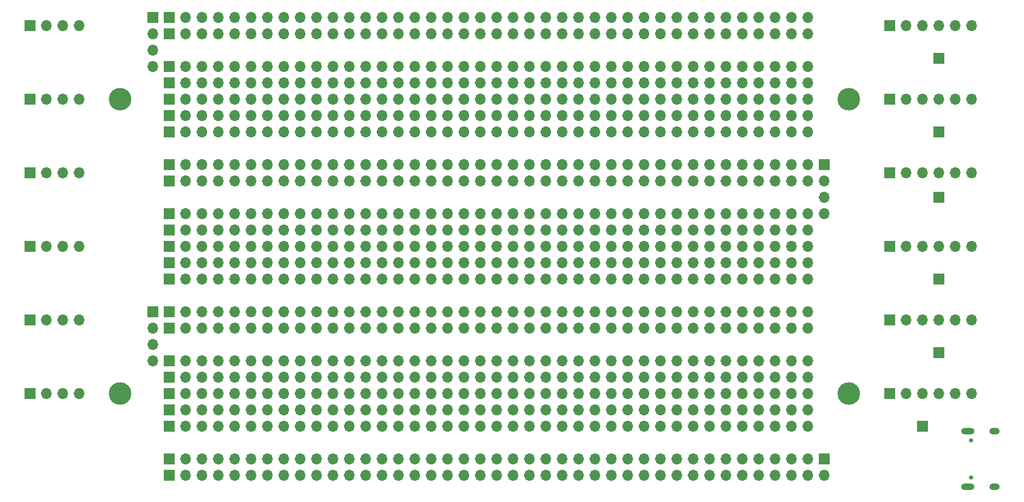
<source format=gbr>
%TF.GenerationSoftware,KiCad,Pcbnew,(6.0.1)*%
%TF.CreationDate,2022-02-22T13:55:29+13:00*%
%TF.ProjectId,perma-proto-board,7065726d-612d-4707-926f-746f2d626f61,rev?*%
%TF.SameCoordinates,Original*%
%TF.FileFunction,Soldermask,Bot*%
%TF.FilePolarity,Negative*%
%FSLAX46Y46*%
G04 Gerber Fmt 4.6, Leading zero omitted, Abs format (unit mm)*
G04 Created by KiCad (PCBNEW (6.0.1)) date 2022-02-22 13:55:29*
%MOMM*%
%LPD*%
G01*
G04 APERTURE LIST*
%ADD10R,1.700000X1.700000*%
%ADD11O,1.700000X1.700000*%
%ADD12C,3.500000*%
%ADD13C,0.650000*%
%ADD14O,2.100000X1.000000*%
%ADD15O,1.600000X1.000000*%
G04 APERTURE END LIST*
D10*
%TO.C,J27*%
X71120000Y-96520000D03*
D11*
X73660000Y-96520000D03*
X76200000Y-96520000D03*
X78740000Y-96520000D03*
X81280000Y-96520000D03*
X83820000Y-96520000D03*
X86360000Y-96520000D03*
X88900000Y-96520000D03*
X91440000Y-96520000D03*
X93980000Y-96520000D03*
X96520000Y-96520000D03*
X99060000Y-96520000D03*
X101600000Y-96520000D03*
X104140000Y-96520000D03*
X106680000Y-96520000D03*
X109220000Y-96520000D03*
X111760000Y-96520000D03*
X114300000Y-96520000D03*
X116840000Y-96520000D03*
X119380000Y-96520000D03*
X121920000Y-96520000D03*
X124460000Y-96520000D03*
X127000000Y-96520000D03*
X129540000Y-96520000D03*
X132080000Y-96520000D03*
X134620000Y-96520000D03*
X137160000Y-96520000D03*
X139700000Y-96520000D03*
X142240000Y-96520000D03*
X144780000Y-96520000D03*
X147320000Y-96520000D03*
X149860000Y-96520000D03*
X152400000Y-96520000D03*
X154940000Y-96520000D03*
X157480000Y-96520000D03*
X160020000Y-96520000D03*
X162560000Y-96520000D03*
X165100000Y-96520000D03*
X167640000Y-96520000D03*
X170180000Y-96520000D03*
%TD*%
D10*
%TO.C,J2*%
X182880000Y-45720000D03*
D11*
X185420000Y-45720000D03*
X187960000Y-45720000D03*
X190500000Y-45720000D03*
X193040000Y-45720000D03*
X195580000Y-45720000D03*
%TD*%
D10*
%TO.C,J33*%
X71125000Y-35560000D03*
D11*
X73665000Y-35560000D03*
X76205000Y-35560000D03*
X78745000Y-35560000D03*
X81285000Y-35560000D03*
X83825000Y-35560000D03*
X86365000Y-35560000D03*
X88905000Y-35560000D03*
X91445000Y-35560000D03*
X93985000Y-35560000D03*
X96525000Y-35560000D03*
X99065000Y-35560000D03*
X101605000Y-35560000D03*
X104145000Y-35560000D03*
X106685000Y-35560000D03*
X109225000Y-35560000D03*
X111765000Y-35560000D03*
X114305000Y-35560000D03*
X116845000Y-35560000D03*
X119385000Y-35560000D03*
X121925000Y-35560000D03*
X124465000Y-35560000D03*
X127005000Y-35560000D03*
X129545000Y-35560000D03*
X132085000Y-35560000D03*
X134625000Y-35560000D03*
X137165000Y-35560000D03*
X139705000Y-35560000D03*
X142245000Y-35560000D03*
X144785000Y-35560000D03*
X147325000Y-35560000D03*
X149865000Y-35560000D03*
X152405000Y-35560000D03*
X154945000Y-35560000D03*
X157485000Y-35560000D03*
X160025000Y-35560000D03*
X162565000Y-35560000D03*
X165105000Y-35560000D03*
X167645000Y-35560000D03*
X170185000Y-35560000D03*
%TD*%
D12*
%TO.C,REF\u002A\u002A*%
X63500000Y-45720000D03*
%TD*%
D10*
%TO.C,J7*%
X49530000Y-34290000D03*
D11*
X52070000Y-34290000D03*
X54610000Y-34290000D03*
X57150000Y-34290000D03*
%TD*%
D10*
%TO.C,J23*%
X71120000Y-86360000D03*
D11*
X73660000Y-86360000D03*
X76200000Y-86360000D03*
X78740000Y-86360000D03*
X81280000Y-86360000D03*
X83820000Y-86360000D03*
X86360000Y-86360000D03*
X88900000Y-86360000D03*
X91440000Y-86360000D03*
X93980000Y-86360000D03*
X96520000Y-86360000D03*
X99060000Y-86360000D03*
X101600000Y-86360000D03*
X104140000Y-86360000D03*
X106680000Y-86360000D03*
X109220000Y-86360000D03*
X111760000Y-86360000D03*
X114300000Y-86360000D03*
X116840000Y-86360000D03*
X119380000Y-86360000D03*
X121920000Y-86360000D03*
X124460000Y-86360000D03*
X127000000Y-86360000D03*
X129540000Y-86360000D03*
X132080000Y-86360000D03*
X134620000Y-86360000D03*
X137160000Y-86360000D03*
X139700000Y-86360000D03*
X142240000Y-86360000D03*
X144780000Y-86360000D03*
X147320000Y-86360000D03*
X149860000Y-86360000D03*
X152400000Y-86360000D03*
X154940000Y-86360000D03*
X157480000Y-86360000D03*
X160020000Y-86360000D03*
X162560000Y-86360000D03*
X165100000Y-86360000D03*
X167640000Y-86360000D03*
X170180000Y-86360000D03*
%TD*%
D10*
%TO.C,J15*%
X71120000Y-45720000D03*
D11*
X73660000Y-45720000D03*
X76200000Y-45720000D03*
X78740000Y-45720000D03*
X81280000Y-45720000D03*
X83820000Y-45720000D03*
X86360000Y-45720000D03*
X88900000Y-45720000D03*
X91440000Y-45720000D03*
X93980000Y-45720000D03*
X96520000Y-45720000D03*
X99060000Y-45720000D03*
X101600000Y-45720000D03*
X104140000Y-45720000D03*
X106680000Y-45720000D03*
X109220000Y-45720000D03*
X111760000Y-45720000D03*
X114300000Y-45720000D03*
X116840000Y-45720000D03*
X119380000Y-45720000D03*
X121920000Y-45720000D03*
X124460000Y-45720000D03*
X127000000Y-45720000D03*
X129540000Y-45720000D03*
X132080000Y-45720000D03*
X134620000Y-45720000D03*
X137160000Y-45720000D03*
X139700000Y-45720000D03*
X142240000Y-45720000D03*
X144780000Y-45720000D03*
X147320000Y-45720000D03*
X149860000Y-45720000D03*
X152400000Y-45720000D03*
X154940000Y-45720000D03*
X157480000Y-45720000D03*
X160020000Y-45720000D03*
X162560000Y-45720000D03*
X165100000Y-45720000D03*
X167640000Y-45720000D03*
X170180000Y-45720000D03*
%TD*%
D10*
%TO.C,+*%
X71120000Y-104140000D03*
D11*
X73660000Y-104140000D03*
X76200000Y-104140000D03*
X78740000Y-104140000D03*
X81280000Y-104140000D03*
X83820000Y-104140000D03*
X86360000Y-104140000D03*
X88900000Y-104140000D03*
X91440000Y-104140000D03*
X93980000Y-104140000D03*
X96520000Y-104140000D03*
X99060000Y-104140000D03*
X101600000Y-104140000D03*
X104140000Y-104140000D03*
X106680000Y-104140000D03*
X109220000Y-104140000D03*
X111760000Y-104140000D03*
X114300000Y-104140000D03*
X116840000Y-104140000D03*
X119380000Y-104140000D03*
X121920000Y-104140000D03*
X124460000Y-104140000D03*
X127000000Y-104140000D03*
X129540000Y-104140000D03*
X132080000Y-104140000D03*
X134620000Y-104140000D03*
X137160000Y-104140000D03*
X139700000Y-104140000D03*
X142240000Y-104140000D03*
X144780000Y-104140000D03*
X147320000Y-104140000D03*
X149860000Y-104140000D03*
X152400000Y-104140000D03*
X154940000Y-104140000D03*
X157480000Y-104140000D03*
X160020000Y-104140000D03*
X162560000Y-104140000D03*
X165100000Y-104140000D03*
X167640000Y-104140000D03*
X170180000Y-104140000D03*
%TD*%
D12*
%TO.C,REF\u002A\u002A*%
X176530000Y-45720000D03*
%TD*%
D10*
%TO.C,J25*%
X71120000Y-91440000D03*
D11*
X73660000Y-91440000D03*
X76200000Y-91440000D03*
X78740000Y-91440000D03*
X81280000Y-91440000D03*
X83820000Y-91440000D03*
X86360000Y-91440000D03*
X88900000Y-91440000D03*
X91440000Y-91440000D03*
X93980000Y-91440000D03*
X96520000Y-91440000D03*
X99060000Y-91440000D03*
X101600000Y-91440000D03*
X104140000Y-91440000D03*
X106680000Y-91440000D03*
X109220000Y-91440000D03*
X111760000Y-91440000D03*
X114300000Y-91440000D03*
X116840000Y-91440000D03*
X119380000Y-91440000D03*
X121920000Y-91440000D03*
X124460000Y-91440000D03*
X127000000Y-91440000D03*
X129540000Y-91440000D03*
X132080000Y-91440000D03*
X134620000Y-91440000D03*
X137160000Y-91440000D03*
X139700000Y-91440000D03*
X142240000Y-91440000D03*
X144780000Y-91440000D03*
X147320000Y-91440000D03*
X149860000Y-91440000D03*
X152400000Y-91440000D03*
X154940000Y-91440000D03*
X157480000Y-91440000D03*
X160020000Y-91440000D03*
X162560000Y-91440000D03*
X165100000Y-91440000D03*
X167640000Y-91440000D03*
X170180000Y-91440000D03*
%TD*%
D10*
%TO.C,J12*%
X49530000Y-68580000D03*
D11*
X52070000Y-68580000D03*
X54610000Y-68580000D03*
X57150000Y-68580000D03*
%TD*%
D13*
%TO.C,J40*%
X195520000Y-98710000D03*
X195520000Y-104490000D03*
D14*
X194990000Y-97280000D03*
X194990000Y-105920000D03*
D15*
X199170000Y-97280000D03*
X199170000Y-105920000D03*
%TD*%
D10*
%TO.C,J31*%
X172720000Y-101600000D03*
D11*
X172720000Y-104140000D03*
%TD*%
D10*
%TO.C,J37*%
X71120000Y-81280000D03*
D11*
X73660000Y-81280000D03*
X76200000Y-81280000D03*
X78740000Y-81280000D03*
X81280000Y-81280000D03*
X83820000Y-81280000D03*
X86360000Y-81280000D03*
X88900000Y-81280000D03*
X91440000Y-81280000D03*
X93980000Y-81280000D03*
X96520000Y-81280000D03*
X99060000Y-81280000D03*
X101600000Y-81280000D03*
X104140000Y-81280000D03*
X106680000Y-81280000D03*
X109220000Y-81280000D03*
X111760000Y-81280000D03*
X114300000Y-81280000D03*
X116840000Y-81280000D03*
X119380000Y-81280000D03*
X121920000Y-81280000D03*
X124460000Y-81280000D03*
X127000000Y-81280000D03*
X129540000Y-81280000D03*
X132080000Y-81280000D03*
X134620000Y-81280000D03*
X137160000Y-81280000D03*
X139700000Y-81280000D03*
X142240000Y-81280000D03*
X144780000Y-81280000D03*
X147320000Y-81280000D03*
X149860000Y-81280000D03*
X152400000Y-81280000D03*
X154940000Y-81280000D03*
X157480000Y-81280000D03*
X160020000Y-81280000D03*
X162560000Y-81280000D03*
X165100000Y-81280000D03*
X167640000Y-81280000D03*
X170180000Y-81280000D03*
%TD*%
D10*
%TO.C,J32*%
X71125000Y-33020000D03*
D11*
X73665000Y-33020000D03*
X76205000Y-33020000D03*
X78745000Y-33020000D03*
X81285000Y-33020000D03*
X83825000Y-33020000D03*
X86365000Y-33020000D03*
X88905000Y-33020000D03*
X91445000Y-33020000D03*
X93985000Y-33020000D03*
X96525000Y-33020000D03*
X99065000Y-33020000D03*
X101605000Y-33020000D03*
X104145000Y-33020000D03*
X106685000Y-33020000D03*
X109225000Y-33020000D03*
X111765000Y-33020000D03*
X114305000Y-33020000D03*
X116845000Y-33020000D03*
X119385000Y-33020000D03*
X121925000Y-33020000D03*
X124465000Y-33020000D03*
X127005000Y-33020000D03*
X129545000Y-33020000D03*
X132085000Y-33020000D03*
X134625000Y-33020000D03*
X137165000Y-33020000D03*
X139705000Y-33020000D03*
X142245000Y-33020000D03*
X144785000Y-33020000D03*
X147325000Y-33020000D03*
X149865000Y-33020000D03*
X152405000Y-33020000D03*
X154945000Y-33020000D03*
X157485000Y-33020000D03*
X160025000Y-33020000D03*
X162565000Y-33020000D03*
X165105000Y-33020000D03*
X167645000Y-33020000D03*
X170185000Y-33020000D03*
%TD*%
D10*
%TO.C,J11*%
X49540000Y-91440000D03*
D11*
X52080000Y-91440000D03*
X54620000Y-91440000D03*
X57160000Y-91440000D03*
%TD*%
D10*
%TO.C,J1*%
X182880000Y-34290000D03*
D11*
X185420000Y-34290000D03*
X187960000Y-34290000D03*
X190500000Y-34290000D03*
X193040000Y-34290000D03*
X195580000Y-34290000D03*
%TD*%
D10*
%TO.C,J8*%
X49540000Y-45720000D03*
D11*
X52080000Y-45720000D03*
X54620000Y-45720000D03*
X57160000Y-45720000D03*
%TD*%
D10*
%TO.C,+*%
X71125000Y-58420000D03*
D11*
X73665000Y-58420000D03*
X76205000Y-58420000D03*
X78745000Y-58420000D03*
X81285000Y-58420000D03*
X83825000Y-58420000D03*
X86365000Y-58420000D03*
X88905000Y-58420000D03*
X91445000Y-58420000D03*
X93985000Y-58420000D03*
X96525000Y-58420000D03*
X99065000Y-58420000D03*
X101605000Y-58420000D03*
X104145000Y-58420000D03*
X106685000Y-58420000D03*
X109225000Y-58420000D03*
X111765000Y-58420000D03*
X114305000Y-58420000D03*
X116845000Y-58420000D03*
X119385000Y-58420000D03*
X121925000Y-58420000D03*
X124465000Y-58420000D03*
X127005000Y-58420000D03*
X129545000Y-58420000D03*
X132085000Y-58420000D03*
X134625000Y-58420000D03*
X137165000Y-58420000D03*
X139705000Y-58420000D03*
X142245000Y-58420000D03*
X144785000Y-58420000D03*
X147325000Y-58420000D03*
X149865000Y-58420000D03*
X152405000Y-58420000D03*
X154945000Y-58420000D03*
X157485000Y-58420000D03*
X160025000Y-58420000D03*
X162565000Y-58420000D03*
X165105000Y-58420000D03*
X167645000Y-58420000D03*
X170185000Y-58420000D03*
%TD*%
D10*
%TO.C,J24*%
X71120000Y-88900000D03*
D11*
X73660000Y-88900000D03*
X76200000Y-88900000D03*
X78740000Y-88900000D03*
X81280000Y-88900000D03*
X83820000Y-88900000D03*
X86360000Y-88900000D03*
X88900000Y-88900000D03*
X91440000Y-88900000D03*
X93980000Y-88900000D03*
X96520000Y-88900000D03*
X99060000Y-88900000D03*
X101600000Y-88900000D03*
X104140000Y-88900000D03*
X106680000Y-88900000D03*
X109220000Y-88900000D03*
X111760000Y-88900000D03*
X114300000Y-88900000D03*
X116840000Y-88900000D03*
X119380000Y-88900000D03*
X121920000Y-88900000D03*
X124460000Y-88900000D03*
X127000000Y-88900000D03*
X129540000Y-88900000D03*
X132080000Y-88900000D03*
X134620000Y-88900000D03*
X137160000Y-88900000D03*
X139700000Y-88900000D03*
X142240000Y-88900000D03*
X144780000Y-88900000D03*
X147320000Y-88900000D03*
X149860000Y-88900000D03*
X152400000Y-88900000D03*
X154940000Y-88900000D03*
X157480000Y-88900000D03*
X160020000Y-88900000D03*
X162560000Y-88900000D03*
X165100000Y-88900000D03*
X167640000Y-88900000D03*
X170180000Y-88900000D03*
%TD*%
D10*
%TO.C,-*%
X71120000Y-55880000D03*
D11*
X73660000Y-55880000D03*
X76200000Y-55880000D03*
X78740000Y-55880000D03*
X81280000Y-55880000D03*
X83820000Y-55880000D03*
X86360000Y-55880000D03*
X88900000Y-55880000D03*
X91440000Y-55880000D03*
X93980000Y-55880000D03*
X96520000Y-55880000D03*
X99060000Y-55880000D03*
X101600000Y-55880000D03*
X104140000Y-55880000D03*
X106680000Y-55880000D03*
X109220000Y-55880000D03*
X111760000Y-55880000D03*
X114300000Y-55880000D03*
X116840000Y-55880000D03*
X119380000Y-55880000D03*
X121920000Y-55880000D03*
X124460000Y-55880000D03*
X127000000Y-55880000D03*
X129540000Y-55880000D03*
X132080000Y-55880000D03*
X134620000Y-55880000D03*
X137160000Y-55880000D03*
X139700000Y-55880000D03*
X142240000Y-55880000D03*
X144780000Y-55880000D03*
X147320000Y-55880000D03*
X149860000Y-55880000D03*
X152400000Y-55880000D03*
X154940000Y-55880000D03*
X157480000Y-55880000D03*
X160020000Y-55880000D03*
X162560000Y-55880000D03*
X165100000Y-55880000D03*
X167640000Y-55880000D03*
X170180000Y-55880000D03*
%TD*%
D10*
%TO.C,J28*%
X68580000Y-33030000D03*
D11*
X68580000Y-35570000D03*
X68580000Y-38110000D03*
X68580000Y-40650000D03*
%TD*%
D10*
%TO.C,J16*%
X71120000Y-48260000D03*
D11*
X73660000Y-48260000D03*
X76200000Y-48260000D03*
X78740000Y-48260000D03*
X81280000Y-48260000D03*
X83820000Y-48260000D03*
X86360000Y-48260000D03*
X88900000Y-48260000D03*
X91440000Y-48260000D03*
X93980000Y-48260000D03*
X96520000Y-48260000D03*
X99060000Y-48260000D03*
X101600000Y-48260000D03*
X104140000Y-48260000D03*
X106680000Y-48260000D03*
X109220000Y-48260000D03*
X111760000Y-48260000D03*
X114300000Y-48260000D03*
X116840000Y-48260000D03*
X119380000Y-48260000D03*
X121920000Y-48260000D03*
X124460000Y-48260000D03*
X127000000Y-48260000D03*
X129540000Y-48260000D03*
X132080000Y-48260000D03*
X134620000Y-48260000D03*
X137160000Y-48260000D03*
X139700000Y-48260000D03*
X142240000Y-48260000D03*
X144780000Y-48260000D03*
X147320000Y-48260000D03*
X149860000Y-48260000D03*
X152400000Y-48260000D03*
X154940000Y-48260000D03*
X157480000Y-48260000D03*
X160020000Y-48260000D03*
X162560000Y-48260000D03*
X165100000Y-48260000D03*
X167640000Y-48260000D03*
X170180000Y-48260000D03*
%TD*%
D10*
%TO.C,J17*%
X71120000Y-50800000D03*
D11*
X73660000Y-50800000D03*
X76200000Y-50800000D03*
X78740000Y-50800000D03*
X81280000Y-50800000D03*
X83820000Y-50800000D03*
X86360000Y-50800000D03*
X88900000Y-50800000D03*
X91440000Y-50800000D03*
X93980000Y-50800000D03*
X96520000Y-50800000D03*
X99060000Y-50800000D03*
X101600000Y-50800000D03*
X104140000Y-50800000D03*
X106680000Y-50800000D03*
X109220000Y-50800000D03*
X111760000Y-50800000D03*
X114300000Y-50800000D03*
X116840000Y-50800000D03*
X119380000Y-50800000D03*
X121920000Y-50800000D03*
X124460000Y-50800000D03*
X127000000Y-50800000D03*
X129540000Y-50800000D03*
X132080000Y-50800000D03*
X134620000Y-50800000D03*
X137160000Y-50800000D03*
X139700000Y-50800000D03*
X142240000Y-50800000D03*
X144780000Y-50800000D03*
X147320000Y-50800000D03*
X149860000Y-50800000D03*
X152400000Y-50800000D03*
X154940000Y-50800000D03*
X157480000Y-50800000D03*
X160020000Y-50800000D03*
X162560000Y-50800000D03*
X165100000Y-50800000D03*
X167640000Y-50800000D03*
X170180000Y-50800000D03*
%TD*%
D10*
%TO.C,J43*%
X190500000Y-60960000D03*
%TD*%
%TO.C,J29*%
X172720000Y-55890000D03*
D11*
X172720000Y-58430000D03*
X172720000Y-60970000D03*
X172720000Y-63510000D03*
%TD*%
D10*
%TO.C,J26*%
X71120000Y-93980000D03*
D11*
X73660000Y-93980000D03*
X76200000Y-93980000D03*
X78740000Y-93980000D03*
X81280000Y-93980000D03*
X83820000Y-93980000D03*
X86360000Y-93980000D03*
X88900000Y-93980000D03*
X91440000Y-93980000D03*
X93980000Y-93980000D03*
X96520000Y-93980000D03*
X99060000Y-93980000D03*
X101600000Y-93980000D03*
X104140000Y-93980000D03*
X106680000Y-93980000D03*
X109220000Y-93980000D03*
X111760000Y-93980000D03*
X114300000Y-93980000D03*
X116840000Y-93980000D03*
X119380000Y-93980000D03*
X121920000Y-93980000D03*
X124460000Y-93980000D03*
X127000000Y-93980000D03*
X129540000Y-93980000D03*
X132080000Y-93980000D03*
X134620000Y-93980000D03*
X137160000Y-93980000D03*
X139700000Y-93980000D03*
X142240000Y-93980000D03*
X144780000Y-93980000D03*
X147320000Y-93980000D03*
X149860000Y-93980000D03*
X152400000Y-93980000D03*
X154940000Y-93980000D03*
X157480000Y-93980000D03*
X160020000Y-93980000D03*
X162560000Y-93980000D03*
X165100000Y-93980000D03*
X167640000Y-93980000D03*
X170180000Y-93980000D03*
%TD*%
D10*
%TO.C,J13*%
X71120000Y-40640000D03*
D11*
X73660000Y-40640000D03*
X76200000Y-40640000D03*
X78740000Y-40640000D03*
X81280000Y-40640000D03*
X83820000Y-40640000D03*
X86360000Y-40640000D03*
X88900000Y-40640000D03*
X91440000Y-40640000D03*
X93980000Y-40640000D03*
X96520000Y-40640000D03*
X99060000Y-40640000D03*
X101600000Y-40640000D03*
X104140000Y-40640000D03*
X106680000Y-40640000D03*
X109220000Y-40640000D03*
X111760000Y-40640000D03*
X114300000Y-40640000D03*
X116840000Y-40640000D03*
X119380000Y-40640000D03*
X121920000Y-40640000D03*
X124460000Y-40640000D03*
X127000000Y-40640000D03*
X129540000Y-40640000D03*
X132080000Y-40640000D03*
X134620000Y-40640000D03*
X137160000Y-40640000D03*
X139700000Y-40640000D03*
X142240000Y-40640000D03*
X144780000Y-40640000D03*
X147320000Y-40640000D03*
X149860000Y-40640000D03*
X152400000Y-40640000D03*
X154940000Y-40640000D03*
X157480000Y-40640000D03*
X160020000Y-40640000D03*
X162560000Y-40640000D03*
X165100000Y-40640000D03*
X167640000Y-40640000D03*
X170180000Y-40640000D03*
%TD*%
D12*
%TO.C,REF\u002A\u002A*%
X176530000Y-91440000D03*
%TD*%
D10*
%TO.C,J10*%
X49540000Y-80010000D03*
D11*
X52080000Y-80010000D03*
X54620000Y-80010000D03*
X57160000Y-80010000D03*
%TD*%
D10*
%TO.C,J3*%
X182880000Y-57150000D03*
D11*
X185420000Y-57150000D03*
X187960000Y-57150000D03*
X190500000Y-57150000D03*
X193040000Y-57150000D03*
X195580000Y-57150000D03*
%TD*%
D10*
%TO.C,J46*%
X187960000Y-96520000D03*
%TD*%
%TO.C,J6*%
X182880000Y-91440000D03*
D11*
X185420000Y-91440000D03*
X187960000Y-91440000D03*
X190500000Y-91440000D03*
X193040000Y-91440000D03*
X195580000Y-91440000D03*
%TD*%
D10*
%TO.C,-*%
X71120000Y-101600000D03*
D11*
X73660000Y-101600000D03*
X76200000Y-101600000D03*
X78740000Y-101600000D03*
X81280000Y-101600000D03*
X83820000Y-101600000D03*
X86360000Y-101600000D03*
X88900000Y-101600000D03*
X91440000Y-101600000D03*
X93980000Y-101600000D03*
X96520000Y-101600000D03*
X99060000Y-101600000D03*
X101600000Y-101600000D03*
X104140000Y-101600000D03*
X106680000Y-101600000D03*
X109220000Y-101600000D03*
X111760000Y-101600000D03*
X114300000Y-101600000D03*
X116840000Y-101600000D03*
X119380000Y-101600000D03*
X121920000Y-101600000D03*
X124460000Y-101600000D03*
X127000000Y-101600000D03*
X129540000Y-101600000D03*
X132080000Y-101600000D03*
X134620000Y-101600000D03*
X137160000Y-101600000D03*
X139700000Y-101600000D03*
X142240000Y-101600000D03*
X144780000Y-101600000D03*
X147320000Y-101600000D03*
X149860000Y-101600000D03*
X152400000Y-101600000D03*
X154940000Y-101600000D03*
X157480000Y-101600000D03*
X160020000Y-101600000D03*
X162560000Y-101600000D03*
X165100000Y-101600000D03*
X167640000Y-101600000D03*
X170180000Y-101600000D03*
%TD*%
D10*
%TO.C,J45*%
X190500000Y-85090000D03*
%TD*%
D12*
%TO.C,REF\u002A\u002A*%
X63500000Y-91440000D03*
%TD*%
D10*
%TO.C,J36*%
X71125000Y-78740000D03*
D11*
X73665000Y-78740000D03*
X76205000Y-78740000D03*
X78745000Y-78740000D03*
X81285000Y-78740000D03*
X83825000Y-78740000D03*
X86365000Y-78740000D03*
X88905000Y-78740000D03*
X91445000Y-78740000D03*
X93985000Y-78740000D03*
X96525000Y-78740000D03*
X99065000Y-78740000D03*
X101605000Y-78740000D03*
X104145000Y-78740000D03*
X106685000Y-78740000D03*
X109225000Y-78740000D03*
X111765000Y-78740000D03*
X114305000Y-78740000D03*
X116845000Y-78740000D03*
X119385000Y-78740000D03*
X121925000Y-78740000D03*
X124465000Y-78740000D03*
X127005000Y-78740000D03*
X129545000Y-78740000D03*
X132085000Y-78740000D03*
X134625000Y-78740000D03*
X137165000Y-78740000D03*
X139705000Y-78740000D03*
X142245000Y-78740000D03*
X144785000Y-78740000D03*
X147325000Y-78740000D03*
X149865000Y-78740000D03*
X152405000Y-78740000D03*
X154945000Y-78740000D03*
X157485000Y-78740000D03*
X160025000Y-78740000D03*
X162565000Y-78740000D03*
X165105000Y-78740000D03*
X167645000Y-78740000D03*
X170185000Y-78740000D03*
%TD*%
D10*
%TO.C,J9*%
X49530000Y-57150000D03*
D11*
X52070000Y-57150000D03*
X54610000Y-57150000D03*
X57150000Y-57150000D03*
%TD*%
D10*
%TO.C,J42*%
X190500000Y-50800000D03*
%TD*%
%TO.C,J5*%
X182880000Y-80010000D03*
D11*
X185420000Y-80010000D03*
X187960000Y-80010000D03*
X190500000Y-80010000D03*
X193040000Y-80010000D03*
X195580000Y-80010000D03*
%TD*%
D10*
%TO.C,J41*%
X190500000Y-39370000D03*
%TD*%
%TO.C,J21*%
X71120000Y-71120000D03*
D11*
X73660000Y-71120000D03*
X76200000Y-71120000D03*
X78740000Y-71120000D03*
X81280000Y-71120000D03*
X83820000Y-71120000D03*
X86360000Y-71120000D03*
X88900000Y-71120000D03*
X91440000Y-71120000D03*
X93980000Y-71120000D03*
X96520000Y-71120000D03*
X99060000Y-71120000D03*
X101600000Y-71120000D03*
X104140000Y-71120000D03*
X106680000Y-71120000D03*
X109220000Y-71120000D03*
X111760000Y-71120000D03*
X114300000Y-71120000D03*
X116840000Y-71120000D03*
X119380000Y-71120000D03*
X121920000Y-71120000D03*
X124460000Y-71120000D03*
X127000000Y-71120000D03*
X129540000Y-71120000D03*
X132080000Y-71120000D03*
X134620000Y-71120000D03*
X137160000Y-71120000D03*
X139700000Y-71120000D03*
X142240000Y-71120000D03*
X144780000Y-71120000D03*
X147320000Y-71120000D03*
X149860000Y-71120000D03*
X152400000Y-71120000D03*
X154940000Y-71120000D03*
X157480000Y-71120000D03*
X160020000Y-71120000D03*
X162560000Y-71120000D03*
X165100000Y-71120000D03*
X167640000Y-71120000D03*
X170180000Y-71120000D03*
%TD*%
D10*
%TO.C,J30*%
X68580000Y-78740000D03*
D11*
X68580000Y-81280000D03*
X68580000Y-83820000D03*
X68580000Y-86360000D03*
%TD*%
D10*
%TO.C,J20*%
X71120000Y-68580000D03*
D11*
X73660000Y-68580000D03*
X76200000Y-68580000D03*
X78740000Y-68580000D03*
X81280000Y-68580000D03*
X83820000Y-68580000D03*
X86360000Y-68580000D03*
X88900000Y-68580000D03*
X91440000Y-68580000D03*
X93980000Y-68580000D03*
X96520000Y-68580000D03*
X99060000Y-68580000D03*
X101600000Y-68580000D03*
X104140000Y-68580000D03*
X106680000Y-68580000D03*
X109220000Y-68580000D03*
X111760000Y-68580000D03*
X114300000Y-68580000D03*
X116840000Y-68580000D03*
X119380000Y-68580000D03*
X121920000Y-68580000D03*
X124460000Y-68580000D03*
X127000000Y-68580000D03*
X129540000Y-68580000D03*
X132080000Y-68580000D03*
X134620000Y-68580000D03*
X137160000Y-68580000D03*
X139700000Y-68580000D03*
X142240000Y-68580000D03*
X144780000Y-68580000D03*
X147320000Y-68580000D03*
X149860000Y-68580000D03*
X152400000Y-68580000D03*
X154940000Y-68580000D03*
X157480000Y-68580000D03*
X160020000Y-68580000D03*
X162560000Y-68580000D03*
X165100000Y-68580000D03*
X167640000Y-68580000D03*
X170180000Y-68580000D03*
%TD*%
D10*
%TO.C,J14*%
X71120000Y-43180000D03*
D11*
X73660000Y-43180000D03*
X76200000Y-43180000D03*
X78740000Y-43180000D03*
X81280000Y-43180000D03*
X83820000Y-43180000D03*
X86360000Y-43180000D03*
X88900000Y-43180000D03*
X91440000Y-43180000D03*
X93980000Y-43180000D03*
X96520000Y-43180000D03*
X99060000Y-43180000D03*
X101600000Y-43180000D03*
X104140000Y-43180000D03*
X106680000Y-43180000D03*
X109220000Y-43180000D03*
X111760000Y-43180000D03*
X114300000Y-43180000D03*
X116840000Y-43180000D03*
X119380000Y-43180000D03*
X121920000Y-43180000D03*
X124460000Y-43180000D03*
X127000000Y-43180000D03*
X129540000Y-43180000D03*
X132080000Y-43180000D03*
X134620000Y-43180000D03*
X137160000Y-43180000D03*
X139700000Y-43180000D03*
X142240000Y-43180000D03*
X144780000Y-43180000D03*
X147320000Y-43180000D03*
X149860000Y-43180000D03*
X152400000Y-43180000D03*
X154940000Y-43180000D03*
X157480000Y-43180000D03*
X160020000Y-43180000D03*
X162560000Y-43180000D03*
X165100000Y-43180000D03*
X167640000Y-43180000D03*
X170180000Y-43180000D03*
%TD*%
D10*
%TO.C,J4*%
X182880000Y-68580000D03*
D11*
X185420000Y-68580000D03*
X187960000Y-68580000D03*
X190500000Y-68580000D03*
X193040000Y-68580000D03*
X195580000Y-68580000D03*
%TD*%
D10*
%TO.C,J19*%
X71120000Y-66040000D03*
D11*
X73660000Y-66040000D03*
X76200000Y-66040000D03*
X78740000Y-66040000D03*
X81280000Y-66040000D03*
X83820000Y-66040000D03*
X86360000Y-66040000D03*
X88900000Y-66040000D03*
X91440000Y-66040000D03*
X93980000Y-66040000D03*
X96520000Y-66040000D03*
X99060000Y-66040000D03*
X101600000Y-66040000D03*
X104140000Y-66040000D03*
X106680000Y-66040000D03*
X109220000Y-66040000D03*
X111760000Y-66040000D03*
X114300000Y-66040000D03*
X116840000Y-66040000D03*
X119380000Y-66040000D03*
X121920000Y-66040000D03*
X124460000Y-66040000D03*
X127000000Y-66040000D03*
X129540000Y-66040000D03*
X132080000Y-66040000D03*
X134620000Y-66040000D03*
X137160000Y-66040000D03*
X139700000Y-66040000D03*
X142240000Y-66040000D03*
X144780000Y-66040000D03*
X147320000Y-66040000D03*
X149860000Y-66040000D03*
X152400000Y-66040000D03*
X154940000Y-66040000D03*
X157480000Y-66040000D03*
X160020000Y-66040000D03*
X162560000Y-66040000D03*
X165100000Y-66040000D03*
X167640000Y-66040000D03*
X170180000Y-66040000D03*
%TD*%
D10*
%TO.C,J44*%
X190500000Y-73660000D03*
%TD*%
%TO.C,J18*%
X71120000Y-63500000D03*
D11*
X73660000Y-63500000D03*
X76200000Y-63500000D03*
X78740000Y-63500000D03*
X81280000Y-63500000D03*
X83820000Y-63500000D03*
X86360000Y-63500000D03*
X88900000Y-63500000D03*
X91440000Y-63500000D03*
X93980000Y-63500000D03*
X96520000Y-63500000D03*
X99060000Y-63500000D03*
X101600000Y-63500000D03*
X104140000Y-63500000D03*
X106680000Y-63500000D03*
X109220000Y-63500000D03*
X111760000Y-63500000D03*
X114300000Y-63500000D03*
X116840000Y-63500000D03*
X119380000Y-63500000D03*
X121920000Y-63500000D03*
X124460000Y-63500000D03*
X127000000Y-63500000D03*
X129540000Y-63500000D03*
X132080000Y-63500000D03*
X134620000Y-63500000D03*
X137160000Y-63500000D03*
X139700000Y-63500000D03*
X142240000Y-63500000D03*
X144780000Y-63500000D03*
X147320000Y-63500000D03*
X149860000Y-63500000D03*
X152400000Y-63500000D03*
X154940000Y-63500000D03*
X157480000Y-63500000D03*
X160020000Y-63500000D03*
X162560000Y-63500000D03*
X165100000Y-63500000D03*
X167640000Y-63500000D03*
X170180000Y-63500000D03*
%TD*%
D10*
%TO.C,J22*%
X71120000Y-73660000D03*
D11*
X73660000Y-73660000D03*
X76200000Y-73660000D03*
X78740000Y-73660000D03*
X81280000Y-73660000D03*
X83820000Y-73660000D03*
X86360000Y-73660000D03*
X88900000Y-73660000D03*
X91440000Y-73660000D03*
X93980000Y-73660000D03*
X96520000Y-73660000D03*
X99060000Y-73660000D03*
X101600000Y-73660000D03*
X104140000Y-73660000D03*
X106680000Y-73660000D03*
X109220000Y-73660000D03*
X111760000Y-73660000D03*
X114300000Y-73660000D03*
X116840000Y-73660000D03*
X119380000Y-73660000D03*
X121920000Y-73660000D03*
X124460000Y-73660000D03*
X127000000Y-73660000D03*
X129540000Y-73660000D03*
X132080000Y-73660000D03*
X134620000Y-73660000D03*
X137160000Y-73660000D03*
X139700000Y-73660000D03*
X142240000Y-73660000D03*
X144780000Y-73660000D03*
X147320000Y-73660000D03*
X149860000Y-73660000D03*
X152400000Y-73660000D03*
X154940000Y-73660000D03*
X157480000Y-73660000D03*
X160020000Y-73660000D03*
X162560000Y-73660000D03*
X165100000Y-73660000D03*
X167640000Y-73660000D03*
X170180000Y-73660000D03*
%TD*%
M02*

</source>
